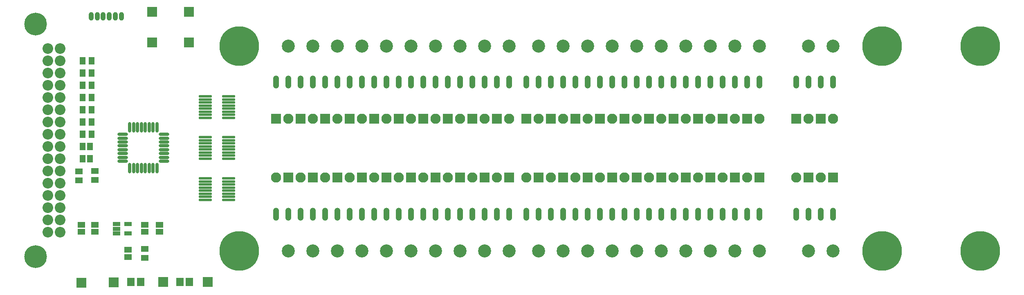
<source format=gbr>
%TF.GenerationSoftware,Altium Limited,Altium Designer,20.0.1 (14)*%
G04 Layer_Color=8388736*
%FSLAX25Y25*%
%MOIN*%
%TF.FileFunction,Soldermask,Top*%
%TF.Part,Single*%
G01*
G75*
%TA.AperFunction,SMDPad,CuDef*%
%ADD37O,0.10839X0.02178*%
%TA.AperFunction,ComponentPad*%
%ADD38R,0.08280X0.08280*%
%ADD39C,0.08280*%
%ADD40O,0.04973X0.10642*%
%ADD41R,0.08280X0.08280*%
%ADD42C,0.10642*%
%ADD43C,0.18517*%
%ADD44C,0.08674*%
%ADD45O,0.03950X0.07099*%
%TA.AperFunction,ViaPad*%
%ADD46C,0.32296*%
%TA.AperFunction,SMDPad,CuDef*%
%ADD49O,0.02769X0.08477*%
%ADD50O,0.08477X0.02769*%
%ADD51R,0.05131X0.06312*%
%ADD52R,0.04800X0.06300*%
%ADD53R,0.06312X0.05131*%
%ADD54R,0.06300X0.04800*%
%ADD55R,0.06312X0.06706*%
%ADD56R,0.05918X0.03556*%
D37*
X118039Y-105982D02*
D03*
Y-108482D02*
D03*
Y-110982D02*
D03*
Y-113482D02*
D03*
Y-115982D02*
D03*
Y-118482D02*
D03*
Y-120982D02*
D03*
Y-123482D02*
D03*
X137134Y-105982D02*
D03*
Y-108482D02*
D03*
Y-110982D02*
D03*
Y-113482D02*
D03*
Y-115982D02*
D03*
Y-118482D02*
D03*
Y-120982D02*
D03*
Y-123482D02*
D03*
X118040Y-72427D02*
D03*
Y-74927D02*
D03*
Y-77427D02*
D03*
Y-79927D02*
D03*
Y-82427D02*
D03*
Y-84927D02*
D03*
Y-87427D02*
D03*
Y-89927D02*
D03*
X137135Y-72427D02*
D03*
Y-74927D02*
D03*
Y-77427D02*
D03*
Y-79927D02*
D03*
Y-82427D02*
D03*
Y-84927D02*
D03*
Y-87427D02*
D03*
Y-89927D02*
D03*
X118040Y-39028D02*
D03*
Y-41528D02*
D03*
Y-44028D02*
D03*
Y-46528D02*
D03*
Y-49028D02*
D03*
Y-51528D02*
D03*
Y-54028D02*
D03*
Y-56528D02*
D03*
X137135Y-39028D02*
D03*
Y-41528D02*
D03*
Y-44028D02*
D03*
Y-46528D02*
D03*
Y-49028D02*
D03*
Y-51528D02*
D03*
Y-54028D02*
D03*
Y-56528D02*
D03*
D38*
X379724Y-57378D02*
D03*
X399724D02*
D03*
X419724D02*
D03*
X439724D02*
D03*
X459724D02*
D03*
X479724D02*
D03*
X499724D02*
D03*
X519724D02*
D03*
X539724D02*
D03*
X559724D02*
D03*
X175787D02*
D03*
X195787D02*
D03*
X215787D02*
D03*
X235787D02*
D03*
X255787D02*
D03*
X275787D02*
D03*
X295787D02*
D03*
X315787D02*
D03*
X335787D02*
D03*
X355787D02*
D03*
X389724Y-105378D02*
D03*
X409724D02*
D03*
X429724D02*
D03*
X449724D02*
D03*
X469724D02*
D03*
X489724D02*
D03*
X509724D02*
D03*
X529724D02*
D03*
X549724D02*
D03*
X569724D02*
D03*
X185787D02*
D03*
X205787D02*
D03*
X225787D02*
D03*
X245787D02*
D03*
X265787D02*
D03*
X285787D02*
D03*
X305787D02*
D03*
X325787D02*
D03*
X345787D02*
D03*
X365787D02*
D03*
X599724Y-57378D02*
D03*
X619724D02*
D03*
X609724Y-105378D02*
D03*
X629724D02*
D03*
X75000Y5000D02*
D03*
X105000Y30000D02*
D03*
X75000D02*
D03*
X120287Y-190678D02*
D03*
X43387Y-190778D02*
D03*
D39*
X389724Y-57378D02*
D03*
X409724D02*
D03*
X429724D02*
D03*
X449724D02*
D03*
X469724D02*
D03*
X489724D02*
D03*
X509724D02*
D03*
X529724D02*
D03*
X549724D02*
D03*
X569724D02*
D03*
X185787D02*
D03*
X205787D02*
D03*
X225787D02*
D03*
X245787D02*
D03*
X265787D02*
D03*
X285787D02*
D03*
X305787D02*
D03*
X325787D02*
D03*
X345787D02*
D03*
X365787D02*
D03*
X379724Y-105378D02*
D03*
X399724D02*
D03*
X419724D02*
D03*
X439724D02*
D03*
X459724D02*
D03*
X479724D02*
D03*
X499724D02*
D03*
X519724D02*
D03*
X539724D02*
D03*
X559724D02*
D03*
X175787D02*
D03*
X195787D02*
D03*
X215787D02*
D03*
X235787D02*
D03*
X255787D02*
D03*
X275787D02*
D03*
X295787D02*
D03*
X315787D02*
D03*
X335787D02*
D03*
X355787D02*
D03*
X609724Y-57378D02*
D03*
X629724D02*
D03*
X599724Y-105378D02*
D03*
X619724D02*
D03*
D40*
X379724Y-27378D02*
D03*
X389724D02*
D03*
X409724D02*
D03*
X399724D02*
D03*
X419724D02*
D03*
X429724D02*
D03*
X449724D02*
D03*
X439724D02*
D03*
X459724D02*
D03*
X469724D02*
D03*
X489724D02*
D03*
X479724D02*
D03*
X499724D02*
D03*
X509724D02*
D03*
X529724D02*
D03*
X519724D02*
D03*
X539724D02*
D03*
X549724D02*
D03*
X569724D02*
D03*
X559724D02*
D03*
X175787D02*
D03*
X185787D02*
D03*
X205787D02*
D03*
X195787D02*
D03*
X215787D02*
D03*
X225787D02*
D03*
X245787D02*
D03*
X235787D02*
D03*
X255787D02*
D03*
X265787D02*
D03*
X285787D02*
D03*
X275787D02*
D03*
X295787D02*
D03*
X305787D02*
D03*
X325787D02*
D03*
X315787D02*
D03*
X335787D02*
D03*
X345787D02*
D03*
X365787D02*
D03*
X355787D02*
D03*
X389724Y-135378D02*
D03*
X379724D02*
D03*
X399724D02*
D03*
X409724D02*
D03*
X429724D02*
D03*
X419724D02*
D03*
X439724D02*
D03*
X449724D02*
D03*
X469724D02*
D03*
X459724D02*
D03*
X479724D02*
D03*
X489724D02*
D03*
X509724D02*
D03*
X499724D02*
D03*
X519724D02*
D03*
X529724D02*
D03*
X549724D02*
D03*
X539724D02*
D03*
X559724D02*
D03*
X569724D02*
D03*
X185787D02*
D03*
X175787D02*
D03*
X195787D02*
D03*
X205787D02*
D03*
X225787D02*
D03*
X215787D02*
D03*
X235787D02*
D03*
X245787D02*
D03*
X265787D02*
D03*
X255787D02*
D03*
X275787D02*
D03*
X285787D02*
D03*
X305787D02*
D03*
X295787D02*
D03*
X315787D02*
D03*
X325787D02*
D03*
X345787D02*
D03*
X335787D02*
D03*
X355787D02*
D03*
X365787D02*
D03*
X599724Y-27378D02*
D03*
X609724D02*
D03*
X629724D02*
D03*
X619724D02*
D03*
X609724Y-135378D02*
D03*
X599724D02*
D03*
X619724D02*
D03*
X629724D02*
D03*
D41*
X105000Y5000D02*
D03*
X83987Y-190678D02*
D03*
X17087Y-191378D02*
D03*
D42*
X629724Y1945D02*
D03*
X609724D02*
D03*
X629724Y-165378D02*
D03*
X609724D02*
D03*
X569724Y1945D02*
D03*
X549724D02*
D03*
X529724D02*
D03*
X509724D02*
D03*
X489724D02*
D03*
X469724D02*
D03*
X449724D02*
D03*
X429724D02*
D03*
X409724D02*
D03*
X389724D02*
D03*
X185787D02*
D03*
X205787D02*
D03*
X225787D02*
D03*
X245787D02*
D03*
X265787D02*
D03*
X285787D02*
D03*
X305787D02*
D03*
X325787D02*
D03*
X345787D02*
D03*
X365787D02*
D03*
X389724Y-165378D02*
D03*
X409724D02*
D03*
X429724D02*
D03*
X449724D02*
D03*
X469724D02*
D03*
X489724D02*
D03*
X509724D02*
D03*
X529724D02*
D03*
X549724D02*
D03*
X569724D02*
D03*
X365787D02*
D03*
X345787D02*
D03*
X325787D02*
D03*
X305787D02*
D03*
X285787D02*
D03*
X265787D02*
D03*
X245787D02*
D03*
X225787D02*
D03*
X205787D02*
D03*
X185787D02*
D03*
D43*
X-20000Y20000D02*
D03*
Y-170000D02*
D03*
D44*
X-10000Y0D02*
D03*
Y-10000D02*
D03*
Y-20000D02*
D03*
Y-30000D02*
D03*
Y-40000D02*
D03*
Y-50000D02*
D03*
Y-60000D02*
D03*
Y-70000D02*
D03*
Y-80000D02*
D03*
Y-90000D02*
D03*
Y-100000D02*
D03*
Y-110000D02*
D03*
Y-120000D02*
D03*
Y-130000D02*
D03*
Y-140000D02*
D03*
Y-150000D02*
D03*
X0Y0D02*
D03*
Y-10000D02*
D03*
Y-20000D02*
D03*
Y-30000D02*
D03*
Y-40000D02*
D03*
Y-50000D02*
D03*
Y-60000D02*
D03*
Y-70000D02*
D03*
Y-80000D02*
D03*
Y-90000D02*
D03*
Y-100000D02*
D03*
Y-110000D02*
D03*
Y-120000D02*
D03*
Y-130000D02*
D03*
Y-140000D02*
D03*
Y-150000D02*
D03*
D45*
X25166Y26522D02*
D03*
X30087D02*
D03*
X35009D02*
D03*
X39930D02*
D03*
X44851D02*
D03*
X49772D02*
D03*
D46*
X749724Y1945D02*
D03*
Y-165378D02*
D03*
X145787Y1945D02*
D03*
X145787Y-165378D02*
D03*
X669724D02*
D03*
Y1945D02*
D03*
D49*
X56653Y-64246D02*
D03*
X59803D02*
D03*
X62953D02*
D03*
X66102D02*
D03*
X69252D02*
D03*
X72402D02*
D03*
X75551D02*
D03*
X78701D02*
D03*
Y-97710D02*
D03*
X75551D02*
D03*
X72402D02*
D03*
X69252D02*
D03*
X66102D02*
D03*
X62953D02*
D03*
X59803D02*
D03*
X56653D02*
D03*
D50*
X84409Y-69954D02*
D03*
Y-73104D02*
D03*
Y-76253D02*
D03*
Y-79403D02*
D03*
Y-82553D02*
D03*
Y-85702D02*
D03*
Y-88852D02*
D03*
Y-92002D02*
D03*
X50945D02*
D03*
Y-88852D02*
D03*
Y-85702D02*
D03*
Y-82553D02*
D03*
Y-79403D02*
D03*
Y-76253D02*
D03*
Y-73104D02*
D03*
Y-69954D02*
D03*
D51*
X24258Y-90000D02*
D03*
X18353D02*
D03*
X24258Y-80000D02*
D03*
X18353D02*
D03*
D52*
X18187Y-60000D02*
D03*
X25587D02*
D03*
X18187Y-40000D02*
D03*
X25587D02*
D03*
X18187Y-10000D02*
D03*
X25587D02*
D03*
X18187Y-20000D02*
D03*
X25587D02*
D03*
X18187Y-30000D02*
D03*
X25587D02*
D03*
X18187Y-50000D02*
D03*
X25587D02*
D03*
X18187Y-70000D02*
D03*
X25587D02*
D03*
D53*
X28300Y-143785D02*
D03*
Y-149691D02*
D03*
X80800Y-143785D02*
D03*
Y-149691D02*
D03*
X55200Y-164300D02*
D03*
Y-170205D02*
D03*
X68900Y-143785D02*
D03*
Y-149691D02*
D03*
X17092Y-143785D02*
D03*
Y-149691D02*
D03*
D54*
X28200Y-99900D02*
D03*
Y-107300D02*
D03*
X68900Y-170900D02*
D03*
Y-163500D02*
D03*
X15293Y-107591D02*
D03*
Y-100190D02*
D03*
D55*
X65424Y-190478D02*
D03*
X57550D02*
D03*
X105324Y-190578D02*
D03*
X97450D02*
D03*
D56*
X45700Y-143360D02*
D03*
Y-147100D02*
D03*
Y-150840D02*
D03*
X55149D02*
D03*
Y-143360D02*
D03*
%TF.MD5,9be9412ef8dc164ca94e602af6fa9d86*%
M02*

</source>
